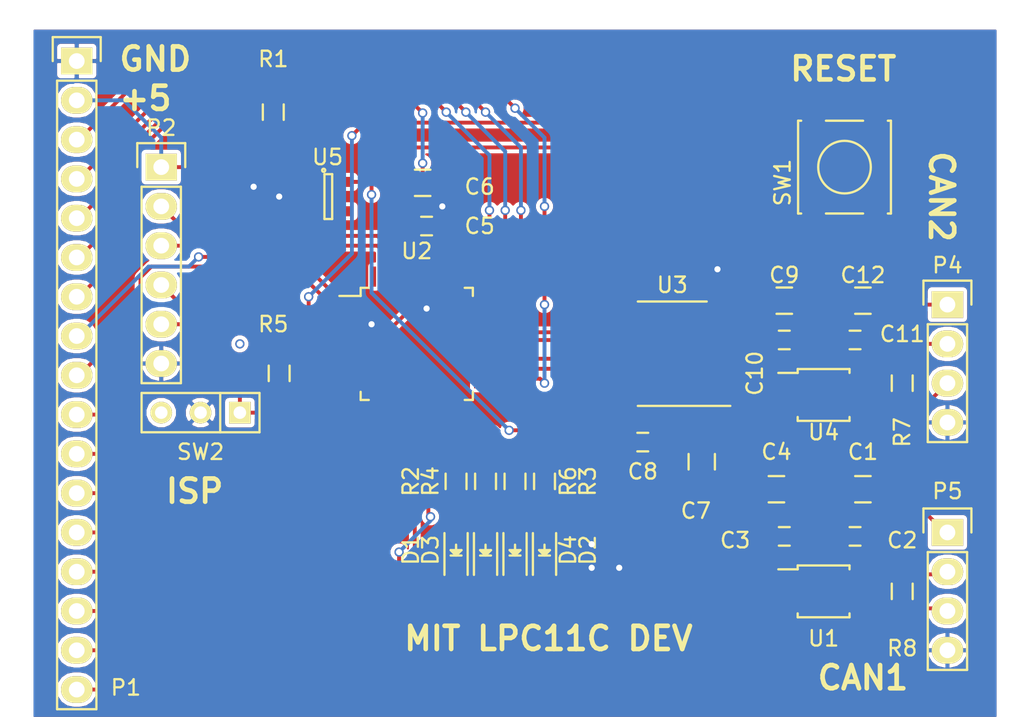
<source format=kicad_pcb>
(kicad_pcb (version 4) (host pcbnew "(2015-09-17 BZR 6202)-product")
  (layers (0 F.Cu signal) (31 B.Cu signal) (34 B.Paste user) (35 F.Paste user) (36 B.SilkS user) (37 F.SilkS user) (38 B.Mask user) (39 F.Mask user) (44 Edge.Cuts user))
  (net 0 "")
  (net 1 GND)
  (net 2 +3V3)
  (net 3 "Net-(D1-Pad2)")
  (net 4 "Net-(D2-Pad2)")
  (net 5 "Net-(D3-Pad2)")
  (net 6 "Net-(D4-Pad2)")
  (net 7 "/Input Connectors/RXD")
  (net 8 "/Input Connectors/TXD")
  (net 9 "/Input Connectors/MCU_RESET_N")
  (net 10 "/Input Connectors/MCU_PROG_N")
  (net 11 "/Micro Controller/CAN2H")
  (net 12 "/Micro Controller/CAN2L")
  (net 13 "/Micro Controller/CAN1H")
  (net 14 "/Micro Controller/CAN1L")
  (net 15 "Net-(R2-Pad1)")
  (net 16 "Net-(R3-Pad1)")
  (net 17 "Net-(R4-Pad1)")
  (net 18 "Net-(R6-Pad1)")
  (net 19 "Net-(U1-Pad2)")
  (net 20 "Net-(U1-Pad3)")
  (net 21 GNDD)
  (net 22 "/Micro Controller/PIO2_6")
  (net 23 "Net-(U2-Pad6)")
  (net 24 "Net-(U2-Pad7)")
  (net 25 "/Micro Controller/PIO1_8")
  (net 26 "Net-(U2-Pad10)")
  (net 27 "/Micro Controller/PIO2_7")
  (net 28 "/Micro Controller/PIO2_8")
  (net 29 "Net-(U2-Pad27)")
  (net 30 "Net-(U2-Pad28)")
  (net 31 "Net-(U2-Pad29)")
  (net 32 "/Micro Controller/PIO1_10")
  (net 33 "Net-(U2-Pad31)")
  (net 34 "/Micro Controller/PIO0_11")
  (net 35 "/Micro Controller/PIO1_0")
  (net 36 "/Micro Controller/PIO1_1")
  (net 37 "/Micro Controller/PIO1_2")
  (net 38 "/Micro Controller/PIO3_0")
  (net 39 "/Micro Controller/PIO3_1")
  (net 40 "/Micro Controller/PIO1_3")
  (net 41 "/Micro Controller/PIO1_4")
  (net 42 "/Micro Controller/PIO1_11")
  (net 43 "/Micro Controller/PIO3_2")
  (net 44 "/Micro Controller/PIO1_5")
  (net 45 "/Micro Controller/PIO3_3")
  (net 46 "Net-(U3-Pad1)")
  (net 47 "Net-(U3-Pad2)")
  (net 48 "Net-(U3-Pad3)")
  (net 49 "Net-(U3-Pad4)")
  (net 50 "Net-(U3-Pad5)")
  (net 51 "Net-(U3-Pad6)")
  (net 52 "Net-(U3-Pad7)")
  (net 53 "Net-(U3-Pad8)")
  (net 54 "Net-(U3-Pad9)")
  (net 55 "Net-(U3-Pad11)")
  (net 56 "Net-(U3-Pad12)")
  (net 57 "Net-(U3-Pad15)")
  (net 58 "Net-(U5-Pad4)")
  (net 59 "/Micro Controller/CAN1P")
  (net 60 "/Micro Controller/CAN2P")
  (net 61 "/Micro Controller/PIO2_1")
  (net 62 "/Micro Controller/PIO0_3")
  (net 63 "/Micro Controller/PIO0_4")
  (net 64 "/Micro Controller/PIO0_5")
  (net 65 "/Micro Controller/PIO1_9")
  (net 66 "/Micro Controller/PIO2_4")
  (net 67 "/Micro Controller/PIO0_1")
  (net 68 +5V)
  (net 69 "/Micro Controller/PIO2_2")
  (net 70 "/Micro Controller/PIO2_3")
  (net 71 "Net-(U2-Pad25)")
  (module Pin_Headers:Pin_Header_Straight_1x06 (layer F.Cu) (at 161.925 55.88)
    (fp_text reference P2 (at 0 -2.54) (layer F.SilkS))
    (fp_text value CONN_01X06)
    (pad 1 thru_hole rect (at 0 0) (size 2.032 1.7272) (drill 1.016) (layers *.Cu *.Mask F.SilkS) (net 68 +5V))
    (pad 2 thru_hole oval (at 0 2.54) (size 2.032 1.7272) (drill 1.016) (layers *.Cu *.Mask F.SilkS) (net 7 "/Input Connectors/RXD"))
    (pad 3 thru_hole oval (at 0 5.08) (size 2.032 1.7272) (drill 1.016) (layers *.Cu *.Mask F.SilkS) (net 8 "/Input Connectors/TXD"))
    (pad 4 thru_hole oval (at 0 7.62) (size 2.032 1.7272) (drill 1.016) (layers *.Cu *.Mask F.SilkS) (net 9 "/Input Connectors/MCU_RESET_N"))
    (pad 5 thru_hole oval (at 0 10.16) (size 2.032 1.7272) (drill 1.016) (layers *.Cu *.Mask F.SilkS) (net 10 "/Input Connectors/MCU_PROG_N"))
    (pad 6 thru_hole oval (at 0 12.7) (size 2.032 1.7272) (drill 1.016) (layers *.Cu *.Mask F.SilkS) (net 1 GND))
  )
  (module Capacitors_SMD:C_0805_HandSoldering (layer F.Cu) (at 207.264 76.708 180)
    (fp_text reference C1 (at 0 2.413 180) (layer F.SilkS))
    (fp_text value 10uF)
    (pad 1 smd rect (at -1.25 0 180) (size 1.5 1.25) (layers F.Cu F.Paste F.Mask) (net 59 "/Micro Controller/CAN1P"))
    (pad 2 smd rect (at 1.25 0 180) (size 1.5 1.25) (layers F.Cu F.Paste F.Mask) (net 1 GND))
  )
  (module Capacitors_SMD:C_0603_HandSoldering (layer F.Cu) (at 206.756 79.756 180)
    (fp_text reference C2 (at -3.048 -0.254 180) (layer F.SilkS))
    (fp_text value 0.1uF)
    (pad 1 smd rect (at -0.95 0 180) (size 1.2 0.75) (layers F.Cu F.Paste F.Mask) (net 59 "/Micro Controller/CAN1P"))
    (pad 2 smd rect (at 0.95 0 180) (size 1.2 0.75) (layers F.Cu F.Paste F.Mask) (net 1 GND))
  )
  (module Capacitors_SMD:C_0603_HandSoldering (layer F.Cu) (at 202.184 79.756)
    (fp_text reference C3 (at -3.175 0.254) (layer F.SilkS))
    (fp_text value 0.1uF)
    (pad 1 smd rect (at -0.95 0) (size 1.2 0.75) (layers F.Cu F.Paste F.Mask) (net 2 +3V3))
    (pad 2 smd rect (at 0.95 0) (size 1.2 0.75) (layers F.Cu F.Paste F.Mask) (net 1 GND))
  )
  (module Capacitors_SMD:C_0805_HandSoldering (layer F.Cu) (at 201.676 76.708)
    (fp_text reference C4 (at 0 -2.413) (layer F.SilkS))
    (fp_text value 10uF)
    (pad 1 smd rect (at -1.25 0) (size 1.5 1.25) (layers F.Cu F.Paste F.Mask) (net 2 +3V3))
    (pad 2 smd rect (at 1.25 0) (size 1.5 1.25) (layers F.Cu F.Paste F.Mask) (net 1 GND))
  )
  (module Capacitors_SMD:C_0603_HandSoldering (layer F.Cu) (at 179.07 59.69)
    (fp_text reference C5 (at 3.429 0) (layer F.SilkS))
    (fp_text value 0.1uF)
    (pad 1 smd rect (at -0.95 0) (size 1.2 0.75) (layers F.Cu F.Paste F.Mask) (net 2 +3V3))
    (pad 2 smd rect (at 0.95 0) (size 1.2 0.75) (layers F.Cu F.Paste F.Mask) (net 1 GND))
  )
  (module Capacitors_SMD:C_0805_HandSoldering (layer F.Cu) (at 178.816 56.896)
    (fp_text reference C6 (at 3.683 0.254) (layer F.SilkS))
    (fp_text value 1=uF)
    (pad 1 smd rect (at -1.25 0) (size 1.5 1.25) (layers F.Cu F.Paste F.Mask) (net 2 +3V3))
    (pad 2 smd rect (at 1.25 0) (size 1.5 1.25) (layers F.Cu F.Paste F.Mask) (net 1 GND))
  )
  (module Capacitors_SMD:C_0805_HandSoldering (layer F.Cu) (at 196.85 74.93 90)
    (fp_text reference C7 (at -3.175 -0.381 180) (layer F.SilkS))
    (fp_text value 1uF)
    (pad 1 smd rect (at -1.25 0 90) (size 1.5 1.25) (layers F.Cu F.Paste F.Mask) (net 2 +3V3))
    (pad 2 smd rect (at 1.25 0 90) (size 1.5 1.25) (layers F.Cu F.Paste F.Mask) (net 1 GND))
  )
  (module Capacitors_SMD:C_0603_HandSoldering (layer F.Cu) (at 193.04 73.66)
    (fp_text reference C8 (at 0 1.905) (layer F.SilkS))
    (fp_text value 0.1uF)
    (pad 1 smd rect (at -0.95 0) (size 1.2 0.75) (layers F.Cu F.Paste F.Mask) (net 2 +3V3))
    (pad 2 smd rect (at 0.95 0) (size 1.2 0.75) (layers F.Cu F.Paste F.Mask) (net 1 GND))
  )
  (module Capacitors_SMD:C_0805_HandSoldering (layer F.Cu) (at 202.184 64.516)
    (fp_text reference C9 (at 0 -1.651) (layer F.SilkS))
    (fp_text value 1uF)
    (pad 1 smd rect (at -1.25 0) (size 1.5 1.25) (layers F.Cu F.Paste F.Mask) (net 2 +3V3))
    (pad 2 smd rect (at 1.25 0) (size 1.5 1.25) (layers F.Cu F.Paste F.Mask) (net 1 GND))
  )
  (module Capacitors_SMD:C_0603_HandSoldering (layer F.Cu) (at 202.184 67.056)
    (fp_text reference C10 (at -1.905 2.159 90) (layer F.SilkS))
    (fp_text value 0.1uF)
    (pad 1 smd rect (at -0.95 0) (size 1.2 0.75) (layers F.Cu F.Paste F.Mask) (net 2 +3V3))
    (pad 2 smd rect (at 0.95 0) (size 1.2 0.75) (layers F.Cu F.Paste F.Mask) (net 1 GND))
  )
  (module Capacitors_SMD:C_0603_HandSoldering (layer F.Cu) (at 206.756 67.056 180)
    (fp_text reference C11 (at -3.048 0.381 180) (layer F.SilkS))
    (fp_text value 0.1uF)
    (pad 1 smd rect (at -0.95 0 180) (size 1.2 0.75) (layers F.Cu F.Paste F.Mask) (net 60 "/Micro Controller/CAN2P"))
    (pad 2 smd rect (at 0.95 0 180) (size 1.2 0.75) (layers F.Cu F.Paste F.Mask) (net 1 GND))
  )
  (module Capacitors_SMD:C_0805_HandSoldering (layer F.Cu) (at 207.264 64.516 180)
    (fp_text reference C12 (at 0 1.651 180) (layer F.SilkS))
    (fp_text value 1uF)
    (pad 1 smd rect (at -1.25 0 180) (size 1.5 1.25) (layers F.Cu F.Paste F.Mask) (net 60 "/Micro Controller/CAN2P"))
    (pad 2 smd rect (at 1.25 0 180) (size 1.5 1.25) (layers F.Cu F.Paste F.Mask) (net 1 GND))
  )
  (module LEDs:LED-0805 (layer F.Cu) (at 180.975 80.645 90)
    (fp_text reference D1 (at 0 -2.921 90) (layer F.SilkS))
    (fp_text value LED)
    (pad 2 smd rect (at 1.04902 0 270) (size 1.19888 1.19888) (layers F.Cu F.Paste F.Mask) (net 3 "Net-(D1-Pad2)"))
    (pad 1 smd rect (at -1.04902 0 270) (size 1.19888 1.19888) (layers F.Cu F.Paste F.Mask) (net 1 GND))
  )
  (module LEDs:LED-0805 (layer F.Cu) (at 186.69 80.645 90)
    (fp_text reference D2 (at 0 2.794 90) (layer F.SilkS))
    (fp_text value LED)
    (pad 2 smd rect (at 1.04902 0 270) (size 1.19888 1.19888) (layers F.Cu F.Paste F.Mask) (net 4 "Net-(D2-Pad2)"))
    (pad 1 smd rect (at -1.04902 0 270) (size 1.19888 1.19888) (layers F.Cu F.Paste F.Mask) (net 1 GND))
  )
  (module LEDs:LED-0805 (layer F.Cu) (at 182.88 80.645 90)
    (fp_text reference D3 (at 0 -3.556 90) (layer F.SilkS))
    (fp_text value LED)
    (pad 2 smd rect (at 1.04902 0 270) (size 1.19888 1.19888) (layers F.Cu F.Paste F.Mask) (net 5 "Net-(D3-Pad2)"))
    (pad 1 smd rect (at -1.04902 0 270) (size 1.19888 1.19888) (layers F.Cu F.Paste F.Mask) (net 1 GND))
  )
  (module LEDs:LED-0805 (layer F.Cu) (at 184.785 80.645 90)
    (fp_text reference D4 (at 0 3.429 90) (layer F.SilkS))
    (fp_text value LED)
    (pad 2 smd rect (at 1.04902 0 270) (size 1.19888 1.19888) (layers F.Cu F.Paste F.Mask) (net 6 "Net-(D4-Pad2)"))
    (pad 1 smd rect (at -1.04902 0 270) (size 1.19888 1.19888) (layers F.Cu F.Paste F.Mask) (net 1 GND))
  )
  (module Pin_Headers:Pin_Header_Straight_1x04 (layer F.Cu) (at 212.725 64.77)
    (fp_text reference P4 (at 0 -2.54) (layer F.SilkS))
    (fp_text value CONN_01X04)
    (pad 1 thru_hole rect (at 0 0) (size 2.032 1.7272) (drill 1.016) (layers *.Cu *.Mask F.SilkS) (net 60 "/Micro Controller/CAN2P"))
    (pad 2 thru_hole oval (at 0 2.54) (size 2.032 1.7272) (drill 1.016) (layers *.Cu *.Mask F.SilkS) (net 11 "/Micro Controller/CAN2H"))
    (pad 3 thru_hole oval (at 0 5.08) (size 2.032 1.7272) (drill 1.016) (layers *.Cu *.Mask F.SilkS) (net 12 "/Micro Controller/CAN2L"))
    (pad 4 thru_hole oval (at 0 7.62) (size 2.032 1.7272) (drill 1.016) (layers *.Cu *.Mask F.SilkS) (net 1 GND))
  )
  (module Pin_Headers:Pin_Header_Straight_1x04 (layer F.Cu) (at 212.725 79.502)
    (fp_text reference P5 (at 0 -2.667) (layer F.SilkS))
    (fp_text value CONN_01X04)
    (pad 1 thru_hole rect (at 0 0) (size 2.032 1.7272) (drill 1.016) (layers *.Cu *.Mask F.SilkS) (net 59 "/Micro Controller/CAN1P"))
    (pad 2 thru_hole oval (at 0 2.54) (size 2.032 1.7272) (drill 1.016) (layers *.Cu *.Mask F.SilkS) (net 13 "/Micro Controller/CAN1H"))
    (pad 3 thru_hole oval (at 0 5.08) (size 2.032 1.7272) (drill 1.016) (layers *.Cu *.Mask F.SilkS) (net 14 "/Micro Controller/CAN1L"))
    (pad 4 thru_hole oval (at 0 7.62) (size 2.032 1.7272) (drill 1.016) (layers *.Cu *.Mask F.SilkS) (net 1 GND))
  )
  (module Resistors_SMD:R_0603_HandSoldering (layer F.Cu) (at 169.164 52.324 90)
    (fp_text reference R1 (at 3.429 0 180) (layer F.SilkS))
    (fp_text value 10k)
    (pad 1 smd rect (at -1.1 0 90) (size 1.2 0.9) (layers F.Cu F.Paste F.Mask) (net 2 +3V3))
    (pad 2 smd rect (at 1.1 0 90) (size 1.2 0.9) (layers F.Cu F.Paste F.Mask) (net 9 "/Input Connectors/MCU_RESET_N"))
  )
  (module Resistors_SMD:R_0603_HandSoldering (layer F.Cu) (at 180.975 76.2 270)
    (fp_text reference R2 (at 0 2.921 270) (layer F.SilkS))
    (fp_text value 100)
    (pad 1 smd rect (at -1.1 0 270) (size 1.2 0.9) (layers F.Cu F.Paste F.Mask) (net 15 "Net-(R2-Pad1)"))
    (pad 2 smd rect (at 1.1 0 270) (size 1.2 0.9) (layers F.Cu F.Paste F.Mask) (net 3 "Net-(D1-Pad2)"))
  )
  (module Resistors_SMD:R_0603_HandSoldering (layer F.Cu) (at 186.69 76.2 270)
    (fp_text reference R3 (at 0 -2.794 270) (layer F.SilkS))
    (fp_text value 100)
    (pad 1 smd rect (at -1.1 0 270) (size 1.2 0.9) (layers F.Cu F.Paste F.Mask) (net 16 "Net-(R3-Pad1)"))
    (pad 2 smd rect (at 1.1 0 270) (size 1.2 0.9) (layers F.Cu F.Paste F.Mask) (net 4 "Net-(D2-Pad2)"))
  )
  (module Resistors_SMD:R_0603_HandSoldering (layer F.Cu) (at 182.88 76.2 270)
    (fp_text reference R4 (at 0 3.556 270) (layer F.SilkS))
    (fp_text value 100)
    (pad 1 smd rect (at -1.1 0 270) (size 1.2 0.9) (layers F.Cu F.Paste F.Mask) (net 17 "Net-(R4-Pad1)"))
    (pad 2 smd rect (at 1.1 0 270) (size 1.2 0.9) (layers F.Cu F.Paste F.Mask) (net 5 "Net-(D3-Pad2)"))
  )
  (module Resistors_SMD:R_0603_HandSoldering (layer F.Cu) (at 169.545 69.215 270)
    (fp_text reference R5 (at -3.175 0.381 360) (layer F.SilkS))
    (fp_text value 10k)
    (pad 1 smd rect (at -1.1 0 270) (size 1.2 0.9) (layers F.Cu F.Paste F.Mask) (net 2 +3V3))
    (pad 2 smd rect (at 1.1 0 270) (size 1.2 0.9) (layers F.Cu F.Paste F.Mask) (net 10 "/Input Connectors/MCU_PROG_N"))
  )
  (module Resistors_SMD:R_0603_HandSoldering (layer F.Cu) (at 184.785 76.2 270)
    (fp_text reference R6 (at 0 -3.429 270) (layer F.SilkS))
    (fp_text value 100)
    (pad 1 smd rect (at -1.1 0 270) (size 1.2 0.9) (layers F.Cu F.Paste F.Mask) (net 18 "Net-(R6-Pad1)"))
    (pad 2 smd rect (at 1.1 0 270) (size 1.2 0.9) (layers F.Cu F.Paste F.Mask) (net 6 "Net-(D4-Pad2)"))
  )
  (module Resistors_SMD:R_0603_HandSoldering (layer F.Cu) (at 209.804 69.85 270)
    (fp_text reference R7 (at 3.175 0 270) (layer F.SilkS))
    (fp_text value 120)
    (pad 1 smd rect (at -1.1 0 270) (size 1.2 0.9) (layers F.Cu F.Paste F.Mask) (net 11 "/Micro Controller/CAN2H"))
    (pad 2 smd rect (at 1.1 0 270) (size 1.2 0.9) (layers F.Cu F.Paste F.Mask) (net 12 "/Micro Controller/CAN2L"))
  )
  (module Resistors_SMD:R_0603_HandSoldering (layer F.Cu) (at 209.804 83.312 270)
    (fp_text reference R8 (at 3.683 0 360) (layer F.SilkS))
    (fp_text value 120)
    (pad 1 smd rect (at -1.1 0 270) (size 1.2 0.9) (layers F.Cu F.Paste F.Mask) (net 13 "/Micro Controller/CAN1H"))
    (pad 2 smd rect (at 1.1 0 270) (size 1.2 0.9) (layers F.Cu F.Paste F.Mask) (net 14 "/Micro Controller/CAN1L"))
  )
  (module Buttons_Switches_SMD:SW_SPST_EVPBF (layer F.Cu) (at 206.075 55.88 90)
    (fp_text reference SW1 (at -1 -4 90) (layer F.SilkS))
    (fp_text value SPST)
    (pad 1 smd rect (at 2.875 -2 90) (size 2.75 1) (layers F.Cu F.Paste F.Mask) (net 9 "/Input Connectors/MCU_RESET_N"))
    (pad 1 smd rect (at -2.875 -2 90) (size 2.75 1) (layers F.Cu F.Paste F.Mask) (net 9 "/Input Connectors/MCU_RESET_N"))
    (pad 2 smd rect (at -2.875 2 90) (size 2.75 1) (layers F.Cu F.Paste F.Mask) (net 1 GND))
    (pad 2 smd rect (at 2.875 2 90) (size 2.75 1) (layers F.Cu F.Paste F.Mask) (net 1 GND))
  )
  (module Housings_SSOP:MSOP-8_3x3mm_Pitch0.65mm (layer F.Cu) (at 204.724 83.312)
    (fp_text reference U1 (at 0 3.048) (layer F.SilkS))
    (fp_text value ISO1050)
    (pad 1 smd rect (at -2.2 -0.975) (size 1.45 0.45) (layers F.Cu F.Paste F.Mask) (net 2 +3V3))
    (pad 2 smd rect (at -2.2 -0.325) (size 1.45 0.45) (layers F.Cu F.Paste F.Mask) (net 19 "Net-(U1-Pad2)"))
    (pad 3 smd rect (at -2.2 0.325) (size 1.45 0.45) (layers F.Cu F.Paste F.Mask) (net 20 "Net-(U1-Pad3)"))
    (pad 4 smd rect (at -2.2 0.975) (size 1.45 0.45) (layers F.Cu F.Paste F.Mask) (net 1 GND))
    (pad 5 smd rect (at 2.2 0.975) (size 1.45 0.45) (layers F.Cu F.Paste F.Mask) (net 21 GNDD))
    (pad 6 smd rect (at 2.2 0.325) (size 1.45 0.45) (layers F.Cu F.Paste F.Mask) (net 14 "/Micro Controller/CAN1L"))
    (pad 7 smd rect (at 2.2 -0.325) (size 1.45 0.45) (layers F.Cu F.Paste F.Mask) (net 13 "/Micro Controller/CAN1H"))
    (pad 8 smd rect (at 2.2 -0.975) (size 1.45 0.45) (layers F.Cu F.Paste F.Mask) (net 59 "/Micro Controller/CAN1P"))
  )
  (module Housings_QFP:LQFP-48_7x7mm_Pitch0.5mm (layer F.Cu) (at 178.435 67.31)
    (fp_text reference U2 (at 0 -6) (layer F.SilkS))
    (fp_text value LPC11C14)
    (pad 1 smd rect (at -4.35 -2.75) (size 1.3 0.25) (layers F.Cu F.Paste F.Mask) (net 22 "/Micro Controller/PIO2_6"))
    (pad 2 smd rect (at -4.35 -2.25) (size 1.3 0.25) (layers F.Cu F.Paste F.Mask) (net 67 "/Micro Controller/PIO0_1"))
    (pad 3 smd rect (at -4.35 -1.75) (size 1.3 0.25) (layers F.Cu F.Paste F.Mask) (net 9 "/Input Connectors/MCU_RESET_N"))
    (pad 4 smd rect (at -4.35 -1.25) (size 1.3 0.25) (layers F.Cu F.Paste F.Mask) (net 10 "/Input Connectors/MCU_PROG_N"))
    (pad 5 smd rect (at -4.35 -0.75) (size 1.3 0.25) (layers F.Cu F.Paste F.Mask) (net 1 GND))
    (pad 6 smd rect (at -4.35 -0.25) (size 1.3 0.25) (layers F.Cu F.Paste F.Mask) (net 23 "Net-(U2-Pad6)"))
    (pad 7 smd rect (at -4.35 0.25) (size 1.3 0.25) (layers F.Cu F.Paste F.Mask) (net 24 "Net-(U2-Pad7)"))
    (pad 8 smd rect (at -4.35 0.75) (size 1.3 0.25) (layers F.Cu F.Paste F.Mask) (net 2 +3V3))
    (pad 9 smd rect (at -4.35 1.25) (size 1.3 0.25) (layers F.Cu F.Paste F.Mask) (net 25 "/Micro Controller/PIO1_8"))
    (pad 10 smd rect (at -4.35 1.75) (size 1.3 0.25) (layers F.Cu F.Paste F.Mask) (net 26 "Net-(U2-Pad10)"))
    (pad 11 smd rect (at -4.35 2.25) (size 1.3 0.25) (layers F.Cu F.Paste F.Mask) (net 27 "/Micro Controller/PIO2_7"))
    (pad 12 smd rect (at -4.35 2.75) (size 1.3 0.25) (layers F.Cu F.Paste F.Mask) (net 28 "/Micro Controller/PIO2_8"))
    (pad 13 smd rect (at -2.75 4.35 90) (size 1.3 0.25) (layers F.Cu F.Paste F.Mask) (net 61 "/Micro Controller/PIO2_1"))
    (pad 14 smd rect (at -2.25 4.35 90) (size 1.3 0.25) (layers F.Cu F.Paste F.Mask) (net 62 "/Micro Controller/PIO0_3"))
    (pad 15 smd rect (at -1.75 4.35 90) (size 1.3 0.25) (layers F.Cu F.Paste F.Mask) (net 63 "/Micro Controller/PIO0_4"))
    (pad 16 smd rect (at -1.25 4.35 90) (size 1.3 0.25) (layers F.Cu F.Paste F.Mask) (net 64 "/Micro Controller/PIO0_5"))
    (pad 17 smd rect (at -0.75 4.35 90) (size 1.3 0.25) (layers F.Cu F.Paste F.Mask) (net 65 "/Micro Controller/PIO1_9"))
    (pad 18 smd rect (at -0.25 4.35 90) (size 1.3 0.25) (layers F.Cu F.Paste F.Mask) (net 66 "/Micro Controller/PIO2_4"))
    (pad 19 smd rect (at 0.25 4.35 90) (size 1.3 0.25) (layers F.Cu F.Paste F.Mask) (net 19 "Net-(U1-Pad2)"))
    (pad 20 smd rect (at 0.75 4.35 90) (size 1.3 0.25) (layers F.Cu F.Paste F.Mask) (net 20 "Net-(U1-Pad3)"))
    (pad 21 smd rect (at 1.25 4.35 90) (size 1.3 0.25) (layers F.Cu F.Paste F.Mask) (net 15 "Net-(R2-Pad1)"))
    (pad 22 smd rect (at 1.75 4.35 90) (size 1.3 0.25) (layers F.Cu F.Paste F.Mask) (net 17 "Net-(R4-Pad1)"))
    (pad 23 smd rect (at 2.25 4.35 90) (size 1.3 0.25) (layers F.Cu F.Paste F.Mask) (net 18 "Net-(R6-Pad1)"))
    (pad 24 smd rect (at 2.75 4.35 90) (size 1.3 0.25) (layers F.Cu F.Paste F.Mask) (net 16 "Net-(R3-Pad1)"))
    (pad 25 smd rect (at 4.35 2.75) (size 1.3 0.25) (layers F.Cu F.Paste F.Mask) (net 71 "Net-(U2-Pad25)"))
    (pad 26 smd rect (at 4.35 2.25) (size 1.3 0.25) (layers F.Cu F.Paste F.Mask) (net 69 "/Micro Controller/PIO2_2"))
    (pad 27 smd rect (at 4.35 1.75) (size 1.3 0.25) (layers F.Cu F.Paste F.Mask) (net 29 "Net-(U2-Pad27)"))
    (pad 28 smd rect (at 4.35 1.25) (size 1.3 0.25) (layers F.Cu F.Paste F.Mask) (net 30 "Net-(U2-Pad28)"))
    (pad 29 smd rect (at 4.35 0.75) (size 1.3 0.25) (layers F.Cu F.Paste F.Mask) (net 31 "Net-(U2-Pad29)"))
    (pad 30 smd rect (at 4.35 0.25) (size 1.3 0.25) (layers F.Cu F.Paste F.Mask) (net 32 "/Micro Controller/PIO1_10"))
    (pad 31 smd rect (at 4.35 -0.25) (size 1.3 0.25) (layers F.Cu F.Paste F.Mask) (net 33 "Net-(U2-Pad31)"))
    (pad 32 smd rect (at 4.35 -0.75) (size 1.3 0.25) (layers F.Cu F.Paste F.Mask) (net 34 "/Micro Controller/PIO0_11"))
    (pad 33 smd rect (at 4.35 -1.25) (size 1.3 0.25) (layers F.Cu F.Paste F.Mask) (net 35 "/Micro Controller/PIO1_0"))
    (pad 34 smd rect (at 4.35 -1.75) (size 1.3 0.25) (layers F.Cu F.Paste F.Mask) (net 36 "/Micro Controller/PIO1_1"))
    (pad 35 smd rect (at 4.35 -2.25) (size 1.3 0.25) (layers F.Cu F.Paste F.Mask) (net 37 "/Micro Controller/PIO1_2"))
    (pad 36 smd rect (at 4.35 -2.75) (size 1.3 0.25) (layers F.Cu F.Paste F.Mask) (net 38 "/Micro Controller/PIO3_0"))
    (pad 37 smd rect (at 2.75 -4.35 90) (size 1.3 0.25) (layers F.Cu F.Paste F.Mask) (net 39 "/Micro Controller/PIO3_1"))
    (pad 38 smd rect (at 2.25 -4.35 90) (size 1.3 0.25) (layers F.Cu F.Paste F.Mask) (net 70 "/Micro Controller/PIO2_3"))
    (pad 39 smd rect (at 1.75 -4.35 90) (size 1.3 0.25) (layers F.Cu F.Paste F.Mask) (net 40 "/Micro Controller/PIO1_3"))
    (pad 40 smd rect (at 1.25 -4.35 90) (size 1.3 0.25) (layers F.Cu F.Paste F.Mask) (net 41 "/Micro Controller/PIO1_4"))
    (pad 41 smd rect (at 0.75 -4.35 90) (size 1.3 0.25) (layers F.Cu F.Paste F.Mask) (net 1 GND))
    (pad 42 smd rect (at 0.25 -4.35 90) (size 1.3 0.25) (layers F.Cu F.Paste F.Mask) (net 42 "/Micro Controller/PIO1_11"))
    (pad 43 smd rect (at -0.25 -4.35 90) (size 1.3 0.25) (layers F.Cu F.Paste F.Mask) (net 43 "/Micro Controller/PIO3_2"))
    (pad 44 smd rect (at -0.75 -4.35 90) (size 1.3 0.25) (layers F.Cu F.Paste F.Mask) (net 2 +3V3))
    (pad 45 smd rect (at -1.25 -4.35 90) (size 1.3 0.25) (layers F.Cu F.Paste F.Mask) (net 44 "/Micro Controller/PIO1_5"))
    (pad 46 smd rect (at -1.75 -4.35 90) (size 1.3 0.25) (layers F.Cu F.Paste F.Mask) (net 7 "/Input Connectors/RXD"))
    (pad 47 smd rect (at -2.25 -4.35 90) (size 1.3 0.25) (layers F.Cu F.Paste F.Mask) (net 8 "/Input Connectors/TXD"))
    (pad 48 smd rect (at -2.75 -4.35 90) (size 1.3 0.25) (layers F.Cu F.Paste F.Mask) (net 45 "/Micro Controller/PIO3_3"))
  )
  (module Housings_SSOP:TSSOP-20_4.4x6.5mm_Pitch0.65mm (layer F.Cu) (at 194.945 67.945 180)
    (fp_text reference U3 (at 0 4.445 180) (layer F.SilkS))
    (fp_text value MCP2515_TSSOP)
    (pad 1 smd rect (at -2.95 -2.925 180) (size 1.45 0.45) (layers F.Cu F.Paste F.Mask) (net 46 "Net-(U3-Pad1)"))
    (pad 2 smd rect (at -2.95 -2.275 180) (size 1.45 0.45) (layers F.Cu F.Paste F.Mask) (net 47 "Net-(U3-Pad2)"))
    (pad 3 smd rect (at -2.95 -1.625 180) (size 1.45 0.45) (layers F.Cu F.Paste F.Mask) (net 48 "Net-(U3-Pad3)"))
    (pad 4 smd rect (at -2.95 -0.975 180) (size 1.45 0.45) (layers F.Cu F.Paste F.Mask) (net 49 "Net-(U3-Pad4)"))
    (pad 5 smd rect (at -2.95 -0.325 180) (size 1.45 0.45) (layers F.Cu F.Paste F.Mask) (net 50 "Net-(U3-Pad5)"))
    (pad 6 smd rect (at -2.95 0.325 180) (size 1.45 0.45) (layers F.Cu F.Paste F.Mask) (net 51 "Net-(U3-Pad6)"))
    (pad 7 smd rect (at -2.95 0.975 180) (size 1.45 0.45) (layers F.Cu F.Paste F.Mask) (net 52 "Net-(U3-Pad7)"))
    (pad 8 smd rect (at -2.95 1.625 180) (size 1.45 0.45) (layers F.Cu F.Paste F.Mask) (net 53 "Net-(U3-Pad8)"))
    (pad 9 smd rect (at -2.95 2.275 180) (size 1.45 0.45) (layers F.Cu F.Paste F.Mask) (net 54 "Net-(U3-Pad9)"))
    (pad 10 smd rect (at -2.95 2.925 180) (size 1.45 0.45) (layers F.Cu F.Paste F.Mask) (net 1 GND))
    (pad 11 smd rect (at 2.95 2.925 180) (size 1.45 0.45) (layers F.Cu F.Paste F.Mask) (net 55 "Net-(U3-Pad11)"))
    (pad 12 smd rect (at 2.95 2.275 180) (size 1.45 0.45) (layers F.Cu F.Paste F.Mask) (net 56 "Net-(U3-Pad12)"))
    (pad 13 smd rect (at 2.95 1.625 180) (size 1.45 0.45) (layers F.Cu F.Paste F.Mask) (net 34 "/Micro Controller/PIO0_11"))
    (pad 14 smd rect (at 2.95 0.975 180) (size 1.45 0.45) (layers F.Cu F.Paste F.Mask) (net 33 "Net-(U2-Pad31)"))
    (pad 15 smd rect (at 2.95 0.325 180) (size 1.45 0.45) (layers F.Cu F.Paste F.Mask) (net 57 "Net-(U3-Pad15)"))
    (pad 16 smd rect (at 2.95 -0.325 180) (size 1.45 0.45) (layers F.Cu F.Paste F.Mask) (net 30 "Net-(U2-Pad28)"))
    (pad 17 smd rect (at 2.95 -0.975 180) (size 1.45 0.45) (layers F.Cu F.Paste F.Mask) (net 29 "Net-(U2-Pad27)"))
    (pad 18 smd rect (at 2.95 -1.625 180) (size 1.45 0.45) (layers F.Cu F.Paste F.Mask) (net 71 "Net-(U2-Pad25)"))
    (pad 19 smd rect (at 2.95 -2.275 180) (size 1.45 0.45) (layers F.Cu F.Paste F.Mask) (net 2 +3V3))
    (pad 20 smd rect (at 2.95 -2.925 180) (size 1.45 0.45) (layers F.Cu F.Paste F.Mask) (net 2 +3V3))
  )
  (module Housings_SSOP:MSOP-8_3x3mm_Pitch0.65mm (layer F.Cu) (at 204.724 70.612)
    (fp_text reference U4 (at 0 2.413) (layer F.SilkS))
    (fp_text value ISO1050)
    (pad 1 smd rect (at -2.2 -0.975) (size 1.45 0.45) (layers F.Cu F.Paste F.Mask) (net 2 +3V3))
    (pad 2 smd rect (at -2.2 -0.325) (size 1.45 0.45) (layers F.Cu F.Paste F.Mask) (net 47 "Net-(U3-Pad2)"))
    (pad 3 smd rect (at -2.2 0.325) (size 1.45 0.45) (layers F.Cu F.Paste F.Mask) (net 46 "Net-(U3-Pad1)"))
    (pad 4 smd rect (at -2.2 0.975) (size 1.45 0.45) (layers F.Cu F.Paste F.Mask) (net 1 GND))
    (pad 5 smd rect (at 2.2 0.975) (size 1.45 0.45) (layers F.Cu F.Paste F.Mask) (net 1 GND))
    (pad 6 smd rect (at 2.2 0.325) (size 1.45 0.45) (layers F.Cu F.Paste F.Mask) (net 12 "/Micro Controller/CAN2L"))
    (pad 7 smd rect (at 2.2 -0.325) (size 1.45 0.45) (layers F.Cu F.Paste F.Mask) (net 11 "/Micro Controller/CAN2H"))
    (pad 8 smd rect (at 2.2 -0.975) (size 1.45 0.45) (layers F.Cu F.Paste F.Mask) (net 60 "/Micro Controller/CAN2P"))
  )
  (module TO_SOT_Packages_SMD:SOT-23-5 (layer F.Cu) (at 172.72 57.785)
    (fp_text reference U5 (at -0.05 -2.55) (layer F.SilkS))
    (fp_text value MCP1755)
    (pad 1 smd rect (at -1.1 -0.95) (size 1.06 0.65) (layers F.Cu F.Paste F.Mask) (net 68 +5V))
    (pad 2 smd rect (at -1.1 0) (size 1.06 0.65) (layers F.Cu F.Paste F.Mask) (net 1 GND))
    (pad 3 smd rect (at -1.1 0.95) (size 1.06 0.65) (layers F.Cu F.Paste F.Mask) (net 68 +5V))
    (pad 4 smd rect (at 1.1 0.95) (size 1.06 0.65) (layers F.Cu F.Paste F.Mask) (net 58 "Net-(U5-Pad4)"))
    (pad 5 smd rect (at 1.1 -0.95) (size 1.06 0.65) (layers F.Cu F.Paste F.Mask) (net 2 +3V3))
  )
  (module Buttons_Switches_ThroughHole:SW_Micro_SPST (layer F.Cu) (at 164.465 71.755 180)
    (fp_text reference SW2 (at 0 -2.54 180) (layer F.SilkS))
    (fp_text value SPST)
    (pad 1 thru_hole rect (at -2.54 0 180) (size 1.397 1.397) (drill 0.8128) (layers *.Cu *.Mask F.SilkS) (net 10 "/Input Connectors/MCU_PROG_N"))
    (pad 2 thru_hole circle (at 0 0 180) (size 1.397 1.397) (drill 0.8128) (layers *.Cu *.Mask F.SilkS) (net 1 GND))
    (pad 3 thru_hole circle (at 2.54 0 180) (size 1.397 1.397) (drill 0.8128) (layers *.Cu *.Mask F.SilkS))
  )
  (module Pin_Headers:Pin_Header_Straight_1x17 (layer F.Cu) (at 156.464 49.022)
    (fp_text reference P1 (at 3.175 40.513) (layer F.SilkS))
    (fp_text value CONN_01X17)
    (pad 1 thru_hole rect (at 0 0) (size 2.032 1.7272) (drill 1.016) (layers *.Cu *.Mask F.SilkS) (net 1 GND))
    (pad 2 thru_hole oval (at 0 2.54) (size 2.032 1.7272) (drill 1.016) (layers *.Cu *.Mask F.SilkS) (net 68 +5V))
    (pad 3 thru_hole oval (at 0 5.08) (size 2.032 1.7272) (drill 1.016) (layers *.Cu *.Mask F.SilkS) (net 69 "/Micro Controller/PIO2_2"))
    (pad 4 thru_hole oval (at 0 7.62) (size 2.032 1.7272) (drill 1.016) (layers *.Cu *.Mask F.SilkS) (net 70 "/Micro Controller/PIO2_3"))
    (pad 5 thru_hole oval (at 0 10.16) (size 2.032 1.7272) (drill 1.016) (layers *.Cu *.Mask F.SilkS) (net 40 "/Micro Controller/PIO1_3"))
    (pad 6 thru_hole oval (at 0 12.7) (size 2.032 1.7272) (drill 1.016) (layers *.Cu *.Mask F.SilkS) (net 41 "/Micro Controller/PIO1_4"))
    (pad 7 thru_hole oval (at 0 15.24) (size 2.032 1.7272) (drill 1.016) (layers *.Cu *.Mask F.SilkS) (net 43 "/Micro Controller/PIO3_2"))
    (pad 8 thru_hole oval (at 0 17.78) (size 2.032 1.7272) (drill 1.016) (layers *.Cu *.Mask F.SilkS) (net 22 "/Micro Controller/PIO2_6"))
    (pad 9 thru_hole oval (at 0 20.32) (size 2.032 1.7272) (drill 1.016) (layers *.Cu *.Mask F.SilkS) (net 67 "/Micro Controller/PIO0_1"))
    (pad 10 thru_hole oval (at 0 22.86) (size 2.032 1.7272) (drill 1.016) (layers *.Cu *.Mask F.SilkS) (net 27 "/Micro Controller/PIO2_7"))
    (pad 11 thru_hole oval (at 0 25.4) (size 2.032 1.7272) (drill 1.016) (layers *.Cu *.Mask F.SilkS) (net 28 "/Micro Controller/PIO2_8"))
    (pad 12 thru_hole oval (at 0 27.94) (size 2.032 1.7272) (drill 1.016) (layers *.Cu *.Mask F.SilkS) (net 61 "/Micro Controller/PIO2_1"))
    (pad 13 thru_hole oval (at 0 30.48) (size 2.032 1.7272) (drill 1.016) (layers *.Cu *.Mask F.SilkS) (net 62 "/Micro Controller/PIO0_3"))
    (pad 14 thru_hole oval (at 0 33.02) (size 2.032 1.7272) (drill 1.016) (layers *.Cu *.Mask F.SilkS) (net 63 "/Micro Controller/PIO0_4"))
    (pad 15 thru_hole oval (at 0 35.56) (size 2.032 1.7272) (drill 1.016) (layers *.Cu *.Mask F.SilkS) (net 64 "/Micro Controller/PIO0_5"))
    (pad 16 thru_hole oval (at 0 38.1) (size 2.032 1.7272) (drill 1.016) (layers *.Cu *.Mask F.SilkS) (net 65 "/Micro Controller/PIO1_9"))
    (pad 17 thru_hole oval (at 0 40.64) (size 2.032 1.7272) (drill 1.016) (layers *.Cu *.Mask F.SilkS) (net 66 "/Micro Controller/PIO2_4"))
  )
  (gr_text "MIT LPC11C DEV\n" (at 186.944 86.36) (layer F.SilkS) (effects (font (size 1.5 1.5) (thickness 0.3))))
  (gr_text CAN2 (at 212.344 57.785 270) (layer F.SilkS) (effects (font (size 1.5 1.5) (thickness 0.3))))
  (gr_text "CAN1\n" (at 207.264 88.9) (layer F.SilkS) (effects (font (size 1.5 1.5) (thickness 0.3))))
  (gr_text ISP (at 164.084 76.835) (layer F.SilkS) (effects (font (size 1.5 1.5) (thickness 0.3))))
  (gr_text RESET (at 205.994 49.53) (layer F.SilkS) (effects (font (size 1.5 1.5) (thickness 0.3))))
  (gr_text +5 (at 160.909 51.435) (layer F.SilkS) (effects (font (size 1.5 1.5) (thickness 0.3))))
  (gr_text GND (at 161.544 48.895) (layer F.SilkS) (effects (font (size 1.5 1.5) (thickness 0.3))))
  (via (at 167.005 67.31) (size 0.6) (drill 0.4) (layers F.Cu B.Cu) (net 0))
  (segment (start 180.02 59.69) (end 180.02 58.486) (width 0.25) (layer F.Cu) (net 1))
  (segment (start 180.02 58.486) (end 180.086 58.42) (width 0.25) (layer F.Cu) (net 1))
  (via (at 180.086 58.42) (size 0.6) (drill 0.4) (layers F.Cu B.Cu) (net 1))
  (segment (start 174.085 66.56) (end 169.66 66.56) (width 0.25) (layer F.Cu) (net 1))
  (segment (start 169.66 66.56) (end 168.91 67.31) (width 0.25) (layer F.Cu) (net 1))
  (segment (start 179.185 62.96) (end 179.185 64.909) (width 0.25) (layer F.Cu) (net 1))
  (segment (start 179.185 64.909) (end 179.07 65.024) (width 0.25) (layer F.Cu) (net 1))
  (via (at 179.07 65.024) (size 0.6) (drill 0.4) (layers F.Cu B.Cu) (net 1))
  (segment (start 174.085 66.56) (end 174.994 66.56) (width 0.25) (layer F.Cu) (net 1))
  (segment (start 174.994 66.56) (end 175.514 66.04) (width 0.25) (layer F.Cu) (net 1))
  (via (at 175.514 66.04) (size 0.6) (drill 0.4) (layers F.Cu B.Cu) (net 1))
  (segment (start 174.085 66.56) (end 172.962 66.56) (width 0.25) (layer F.Cu) (net 1))
  (segment (start 172.962 66.56) (end 172.212 67.31) (width 0.25) (layer F.Cu) (net 1))
  (segment (start 169.545 57.785) (end 168.91 57.15) (width 0.25) (layer F.Cu) (net 1))
  (via (at 169.545 57.785) (size 0.6) (drill 0.4) (layers F.Cu B.Cu) (net 1))
  (segment (start 171.62 57.785) (end 169.545 57.785) (width 0.25) (layer F.Cu) (net 1))
  (via (at 167.894 57.15) (size 0.6) (drill 0.4) (layers F.Cu B.Cu) (net 1))
  (segment (start 168.91 57.15) (end 167.894 57.15) (width 0.25) (layer F.Cu) (net 1))
  (segment (start 180.066 56.896) (end 183.388 56.896) (width 0.25) (layer F.Cu) (net 1))
  (segment (start 197.895 65.02) (end 197.866 64.991) (width 0.25) (layer F.Cu) (net 1))
  (segment (start 197.866 64.991) (end 197.866 62.484) (width 0.25) (layer F.Cu) (net 1))
  (via (at 197.866 62.484) (size 0.6) (drill 0.4) (layers F.Cu B.Cu) (net 1))
  (segment (start 189.738 81.788) (end 191.516 81.788) (width 0.25) (layer F.Cu) (net 1))
  (via (at 191.516 81.788) (size 0.6) (drill 0.4) (layers F.Cu B.Cu) (net 1))
  (segment (start 189.738 80.264) (end 189.738 81.788) (width 0.25) (layer B.Cu) (net 1))
  (via (at 189.738 81.788) (size 0.6) (drill 0.4) (layers F.Cu B.Cu) (net 1))
  (segment (start 189.738 81.788) (end 186.78398 81.788) (width 0.25) (layer F.Cu) (net 1))
  (via (at 189.738 80.264) (size 0.6) (drill 0.4) (layers F.Cu B.Cu) (net 1))
  (segment (start 186.69 81.69402) (end 186.78398 81.788) (width 0.25) (layer F.Cu) (net 1))
  (segment (start 156.464 49.022) (end 156.464 50.1356) (width 0.25) (layer B.Cu) (net 1))
  (segment (start 156.464 50.1356) (end 156.22621 50.37339) (width 0.25) (layer B.Cu) (net 1))
  (segment (start 156.22621 50.37339) (end 155.819262 50.37339) (width 0.25) (layer B.Cu) (net 1))
  (segment (start 172.986 68.06) (end 172.931 68.115) (width 0.25) (layer F.Cu) (net 2))
  (segment (start 172.931 68.115) (end 169.545 68.115) (width 0.25) (layer F.Cu) (net 2))
  (segment (start 177.685 62.96) (end 177.685 60.315) (width 0.25) (layer F.Cu) (net 2))
  (segment (start 177.685 60.315) (end 178.12 59.88) (width 0.25) (layer F.Cu) (net 2))
  (segment (start 178.12 59.88) (end 178.12 59.69) (width 0.25) (layer F.Cu) (net 2))
  (segment (start 174.085 68.06) (end 172.986 68.06) (width 0.25) (layer F.Cu) (net 2))
  (segment (start 174.085 68.06) (end 175.018 68.06) (width 0.25) (layer F.Cu) (net 2))
  (segment (start 177.685 65.393) (end 177.685 62.96) (width 0.25) (layer F.Cu) (net 2))
  (segment (start 175.018 68.06) (end 177.685 65.393) (width 0.25) (layer F.Cu) (net 2))
  (segment (start 173.82 56.835) (end 170.409 53.424) (width 0.25) (layer F.Cu) (net 2))
  (segment (start 170.409 53.424) (end 169.164 53.424) (width 0.25) (layer F.Cu) (net 2))
  (segment (start 184.404 72.898) (end 189.738 72.898) (width 0.25) (layer F.Cu) (net 2))
  (segment (start 175.514 57.658) (end 175.514 64.008) (width 0.25) (layer B.Cu) (net 2))
  (segment (start 175.453 56.835) (end 175.514 56.896) (width 0.25) (layer F.Cu) (net 2))
  (segment (start 175.514 56.896) (end 175.514 57.658) (width 0.25) (layer F.Cu) (net 2))
  (via (at 175.514 57.658) (size 0.6) (drill 0.4) (layers F.Cu B.Cu) (net 2))
  (segment (start 173.82 56.835) (end 175.453 56.835) (width 0.25) (layer F.Cu) (net 2))
  (segment (start 175.514 64.008) (end 184.404 72.898) (width 0.25) (layer B.Cu) (net 2))
  (via (at 184.404 72.898) (size 0.6) (drill 0.4) (layers F.Cu B.Cu) (net 2))
  (segment (start 189.738 72.898) (end 192.405 75.565) (width 0.25) (layer F.Cu) (net 2))
  (segment (start 196.85 76.18) (end 199.898 76.18) (width 0.25) (layer F.Cu) (net 2))
  (segment (start 199.898 76.18) (end 200.426 76.708) (width 0.25) (layer F.Cu) (net 2))
  (segment (start 192.09 73.66) (end 192.09 75.25) (width 0.25) (layer F.Cu) (net 2))
  (segment (start 192.09 75.25) (end 192.405 75.565) (width 0.25) (layer F.Cu) (net 2))
  (segment (start 192.405 75.565) (end 193.02 76.18) (width 0.25) (layer F.Cu) (net 2))
  (segment (start 193.02 76.18) (end 196.85 76.18) (width 0.25) (layer F.Cu) (net 2))
  (segment (start 177.566 56.896) (end 177.566 54.844) (width 0.25) (layer F.Cu) (net 2))
  (segment (start 200.934 61.234) (end 200.934 64.516) (width 0.25) (layer F.Cu) (net 2))
  (segment (start 194.31 54.61) (end 200.934 61.234) (width 0.25) (layer F.Cu) (net 2))
  (segment (start 177.8 54.61) (end 194.31 54.61) (width 0.25) (layer F.Cu) (net 2))
  (segment (start 177.566 54.844) (end 177.8 54.61) (width 0.25) (layer F.Cu) (net 2))
  (segment (start 173.82 56.835) (end 177.505 56.835) (width 0.25) (layer F.Cu) (net 2))
  (segment (start 177.505 56.835) (end 177.566 56.896) (width 0.25) (layer F.Cu) (net 2))
  (segment (start 201.234 79.756) (end 202.524 81.046) (width 0.25) (layer F.Cu) (net 2))
  (segment (start 202.524 81.046) (end 202.524 82.337) (width 0.25) (layer F.Cu) (net 2))
  (segment (start 200.426 76.708) (end 201.234 77.516) (width 0.25) (layer F.Cu) (net 2))
  (segment (start 201.234 77.516) (end 201.234 79.756) (width 0.25) (layer F.Cu) (net 2))
  (segment (start 201.234 67.056) (end 201.234 64.816) (width 0.25) (layer F.Cu) (net 2))
  (segment (start 201.234 64.816) (end 200.934 64.516) (width 0.25) (layer F.Cu) (net 2))
  (segment (start 201.234 67.056) (end 201.234 68.347) (width 0.25) (layer F.Cu) (net 2))
  (segment (start 201.234 68.347) (end 202.524 69.637) (width 0.25) (layer F.Cu) (net 2))
  (segment (start 191.995 70.87) (end 191.995 70.22) (width 0.25) (layer F.Cu) (net 2))
  (segment (start 192.298 73.868) (end 192.09 73.66) (width 0.25) (layer F.Cu) (net 2))
  (segment (start 192.09 73.66) (end 192.09 70.965) (width 0.25) (layer F.Cu) (net 2))
  (segment (start 192.09 70.965) (end 191.995 70.87) (width 0.25) (layer F.Cu) (net 2))
  (segment (start 178.12 59.69) (end 178.12 57.45) (width 0.25) (layer F.Cu) (net 2))
  (segment (start 178.12 57.45) (end 177.566 56.896) (width 0.25) (layer F.Cu) (net 2))
  (segment (start 180.975 77.3) (end 180.975 79.59598) (width 0.25) (layer F.Cu) (net 3))
  (segment (start 186.69 79.59598) (end 186.69 77.3) (width 0.25) (layer F.Cu) (net 4))
  (segment (start 182.88 79.59598) (end 182.88 77.3) (width 0.25) (layer F.Cu) (net 5))
  (segment (start 184.785 77.3) (end 184.785 79.59598) (width 0.25) (layer F.Cu) (net 6))
  (segment (start 161.925 58.42) (end 163.83 60.325) (width 0.25) (layer F.Cu) (net 7))
  (segment (start 176.685 61.113602) (end 176.685 62.96) (width 0.25) (layer F.Cu) (net 7))
  (segment (start 175.896398 60.325) (end 176.685 61.113602) (width 0.25) (layer F.Cu) (net 7))
  (segment (start 163.83 60.325) (end 175.896398 60.325) (width 0.25) (layer F.Cu) (net 7))
  (segment (start 161.925 60.96) (end 175.895 60.96) (width 0.25) (layer F.Cu) (net 8))
  (segment (start 176.185 61.25) (end 176.185 62.96) (width 0.25) (layer F.Cu) (net 8))
  (segment (start 175.895 60.96) (end 176.185 61.25) (width 0.25) (layer F.Cu) (net 8))
  (segment (start 204.075 58.755) (end 204.075 53.005) (width 0.25) (layer F.Cu) (net 9))
  (segment (start 169.164 51.224) (end 169.253 51.135) (width 0.25) (layer F.Cu) (net 9))
  (segment (start 169.253 51.135) (end 173.217 51.135) (width 0.25) (layer F.Cu) (net 9))
  (segment (start 173.217 51.135) (end 175.087 53.005) (width 0.25) (layer F.Cu) (net 9))
  (segment (start 204.075 53.005) (end 175.087 53.005) (width 0.25) (layer F.Cu) (net 9))
  (segment (start 175.087 53.005) (end 174.244 53.848) (width 0.25) (layer F.Cu) (net 9))
  (segment (start 171.45 65.56) (end 171.45 64.262) (width 0.25) (layer F.Cu) (net 9))
  (via (at 174.244 53.848) (size 0.6) (drill 0.4) (layers F.Cu B.Cu) (net 9))
  (segment (start 174.244 53.848) (end 174.244 61.468) (width 0.25) (layer B.Cu) (net 9))
  (segment (start 174.244 61.468) (end 171.45 64.262) (width 0.25) (layer B.Cu) (net 9))
  (via (at 171.45 64.262) (size 0.6) (drill 0.4) (layers F.Cu B.Cu) (net 9))
  (segment (start 171.45 65.56) (end 171.45 65.532) (width 0.25) (layer F.Cu) (net 9))
  (segment (start 171.45 65.532) (end 171.45 65.56) (width 0.25) (layer F.Cu) (net 9))
  (segment (start 174.085 65.56) (end 171.45 65.56) (width 0.25) (layer F.Cu) (net 9))
  (segment (start 171.45 65.56) (end 163.985 65.56) (width 0.25) (layer F.Cu) (net 9))
  (segment (start 163.985 65.56) (end 161.925 63.5) (width 0.25) (layer F.Cu) (net 9))
  (segment (start 161.925 66.04) (end 163.191 66.04) (width 0.25) (layer F.Cu) (net 10))
  (segment (start 163.191 66.04) (end 167.005 69.854) (width 0.25) (layer F.Cu) (net 10))
  (segment (start 167.005 69.854) (end 167.005 70.8065) (width 0.25) (layer F.Cu) (net 10))
  (segment (start 167.005 70.8065) (end 167.005 71.755) (width 0.25) (layer F.Cu) (net 10))
  (segment (start 169.545 70.315) (end 169.545 70.465) (width 0.25) (layer F.Cu) (net 10))
  (segment (start 169.545 70.465) (end 168.255 71.755) (width 0.25) (layer F.Cu) (net 10))
  (segment (start 168.255 71.755) (end 167.005 71.755) (width 0.25) (layer F.Cu) (net 10))
  (segment (start 167.96 66.106) (end 167.894 66.04) (width 0.25) (layer F.Cu) (net 10))
  (segment (start 169.545 70.165) (end 169.545 70.315) (width 0.25) (layer F.Cu) (net 10))
  (segment (start 161.925 66.04) (end 167.894 66.04) (width 0.25) (layer F.Cu) (net 10))
  (segment (start 167.894 66.04) (end 168.91 66.04) (width 0.25) (layer F.Cu) (net 10))
  (segment (start 168.91 66.04) (end 174.065 66.04) (width 0.25) (layer F.Cu) (net 10))
  (segment (start 174.065 66.04) (end 174.085 66.06) (width 0.25) (layer F.Cu) (net 10))
  (segment (start 206.924 70.287) (end 208.267 70.287) (width 0.25) (layer F.Cu) (net 11))
  (segment (start 208.267 70.287) (end 209.804 68.75) (width 0.25) (layer F.Cu) (net 11))
  (segment (start 209.804 68.75) (end 211.244 67.31) (width 0.25) (layer F.Cu) (net 11))
  (segment (start 211.244 67.31) (end 212.725 67.31) (width 0.25) (layer F.Cu) (net 11))
  (segment (start 206.924 70.937) (end 209.791 70.937) (width 0.25) (layer F.Cu) (net 12))
  (segment (start 209.791 70.937) (end 211.638 70.937) (width 0.25) (layer F.Cu) (net 12))
  (segment (start 211.638 70.937) (end 212.725 69.85) (width 0.25) (layer F.Cu) (net 12))
  (segment (start 209.804 82.212) (end 212.555 82.212) (width 0.25) (layer F.Cu) (net 13))
  (segment (start 212.555 82.212) (end 212.725 82.042) (width 0.25) (layer F.Cu) (net 13))
  (segment (start 206.924 82.987) (end 209.029 82.987) (width 0.25) (layer F.Cu) (net 13))
  (segment (start 209.029 82.987) (end 209.804 82.212) (width 0.25) (layer F.Cu) (net 13))
  (segment (start 209.804 84.412) (end 212.555 84.412) (width 0.25) (layer F.Cu) (net 14))
  (segment (start 212.555 84.412) (end 212.725 84.582) (width 0.25) (layer F.Cu) (net 14))
  (segment (start 206.924 83.637) (end 209.029 83.637) (width 0.25) (layer F.Cu) (net 14))
  (segment (start 209.029 83.637) (end 209.804 84.412) (width 0.25) (layer F.Cu) (net 14))
  (segment (start 180.975 75.1) (end 180.975 74.295) (width 0.25) (layer F.Cu) (net 15))
  (segment (start 179.685 73.005) (end 179.685 71.66) (width 0.25) (layer F.Cu) (net 15))
  (segment (start 180.975 74.295) (end 179.685 73.005) (width 0.25) (layer F.Cu) (net 15))
  (segment (start 184.658 73.914) (end 184.404 73.914) (width 0.25) (layer F.Cu) (net 16))
  (segment (start 181.864 72.898) (end 183.388 72.898) (width 0.25) (layer F.Cu) (net 16))
  (segment (start 181.185 72.219) (end 181.864 72.898) (width 0.25) (layer F.Cu) (net 16))
  (segment (start 186.69 74.168) (end 186.436 73.914) (width 0.25) (layer F.Cu) (net 16))
  (segment (start 186.436 73.914) (end 184.658 73.914) (width 0.25) (layer F.Cu) (net 16))
  (segment (start 186.69 74.168) (end 186.69 75.1) (width 0.25) (layer F.Cu) (net 16))
  (segment (start 184.404 73.914) (end 183.388 72.898) (width 0.25) (layer F.Cu) (net 16))
  (segment (start 181.185 71.66) (end 181.185 72.219) (width 0.25) (layer F.Cu) (net 16))
  (segment (start 180.185 71.66) (end 180.185 72.743) (width 0.25) (layer F.Cu) (net 17))
  (segment (start 181.694 73.914) (end 182.88 75.1) (width 0.25) (layer F.Cu) (net 17))
  (segment (start 181.356 73.914) (end 181.694 73.914) (width 0.25) (layer F.Cu) (net 17))
  (segment (start 180.185 72.743) (end 181.356 73.914) (width 0.25) (layer F.Cu) (net 17))
  (segment (start 180.685 71.66) (end 180.685 72.481) (width 0.25) (layer F.Cu) (net 18))
  (segment (start 183.091 73.406) (end 184.785 75.1) (width 0.25) (layer F.Cu) (net 18))
  (segment (start 181.61 73.406) (end 183.091 73.406) (width 0.25) (layer F.Cu) (net 18))
  (segment (start 180.685 72.481) (end 181.61 73.406) (width 0.25) (layer F.Cu) (net 18))
  (segment (start 178.689 74.041) (end 178.689 74.803) (width 0.25) (layer F.Cu) (net 19))
  (segment (start 178.689 71.664) (end 178.689 74.041) (width 0.25) (layer F.Cu) (net 19))
  (segment (start 178.308 81.788) (end 178.816 82.296) (width 0.25) (layer F.Cu) (net 19))
  (segment (start 178.308 75.184) (end 178.308 81.788) (width 0.25) (layer F.Cu) (net 19))
  (segment (start 178.689 74.803) (end 178.308 75.184) (width 0.25) (layer F.Cu) (net 19))
  (segment (start 202.524 82.987) (end 179.507 82.987) (width 0.25) (layer F.Cu) (net 19))
  (segment (start 179.507 82.987) (end 178.816 82.296) (width 0.25) (layer F.Cu) (net 19))
  (segment (start 178.816 82.296) (end 178.685 82.165) (width 0.25) (layer F.Cu) (net 19))
  (segment (start 202.524 82.987) (end 202.468 82.931) (width 0.25) (layer F.Cu) (net 19))
  (segment (start 178.689 71.664) (end 178.685 71.66) (width 0.25) (layer F.Cu) (net 19))
  (segment (start 179.324 78.486) (end 179.324 78.74) (width 0.25) (layer B.Cu) (net 20))
  (segment (start 179.395 83.637) (end 178.054 82.296) (width 0.25) (layer F.Cu) (net 20))
  (segment (start 202.524 83.637) (end 179.395 83.637) (width 0.25) (layer F.Cu) (net 20))
  (segment (start 179.185 78.347) (end 179.324 78.486) (width 0.25) (layer F.Cu) (net 20))
  (via (at 179.324 78.486) (size 0.6) (drill 0.4) (layers F.Cu B.Cu) (net 20))
  (segment (start 179.185 78.347) (end 179.185 73.406) (width 0.25) (layer F.Cu) (net 20))
  (segment (start 177.292 81.534) (end 178.054 82.296) (width 0.25) (layer F.Cu) (net 20))
  (segment (start 177.292 80.772) (end 177.292 81.534) (width 0.25) (layer F.Cu) (net 20))
  (via (at 177.292 80.772) (size 0.6) (drill 0.4) (layers F.Cu B.Cu) (net 20))
  (segment (start 179.324 78.74) (end 177.292 80.772) (width 0.25) (layer B.Cu) (net 20))
  (segment (start 179.185 73.648) (end 179.185 73.406) (width 0.25) (layer F.Cu) (net 20))
  (segment (start 179.185 73.406) (end 179.185 71.66) (width 0.25) (layer F.Cu) (net 20))
  (segment (start 202.524 83.637) (end 202.453 83.566) (width 0.25) (layer F.Cu) (net 20))
  (segment (start 202.524 83.637) (end 202.595 83.566) (width 0.25) (layer F.Cu) (net 20))
  (segment (start 174.085 64.56) (end 173.56 64.56) (width 0.25) (layer F.Cu) (net 22))
  (segment (start 173.56 64.56) (end 170.68638 61.68638) (width 0.25) (layer F.Cu) (net 22))
  (segment (start 170.68638 61.68638) (end 164.338 61.68638) (width 0.25) (layer F.Cu) (net 22))
  (via (at 164.338 61.68638) (size 0.6) (drill 0.4) (layers F.Cu B.Cu) (net 22))
  (segment (start 164.338 61.68638) (end 163.71299 62.31139) (width 0.25) (layer B.Cu) (net 22))
  (segment (start 163.71299 62.31139) (end 161.10701 62.31139) (width 0.25) (layer B.Cu) (net 22))
  (segment (start 161.10701 62.31139) (end 156.6164 66.802) (width 0.25) (layer B.Cu) (net 22))
  (segment (start 156.6164 66.802) (end 156.464 66.802) (width 0.25) (layer B.Cu) (net 22))
  (segment (start 171.704 73.914) (end 171.704 70.358) (width 0.25) (layer F.Cu) (net 27))
  (segment (start 171.704 70.358) (end 172.502 69.56) (width 0.25) (layer F.Cu) (net 27))
  (segment (start 172.502 69.56) (end 173.185 69.56) (width 0.25) (layer F.Cu) (net 27))
  (segment (start 173.185 69.56) (end 174.085 69.56) (width 0.25) (layer F.Cu) (net 27))
  (segment (start 170.434 75.184) (end 171.704 73.914) (width 0.25) (layer F.Cu) (net 27))
  (segment (start 161.032 75.184) (end 170.434 75.184) (width 0.25) (layer F.Cu) (net 27))
  (segment (start 156.464 71.882) (end 157.73 71.882) (width 0.25) (layer F.Cu) (net 27))
  (segment (start 157.73 71.882) (end 161.032 75.184) (width 0.25) (layer F.Cu) (net 27))
  (segment (start 160.02 76.2) (end 158.242 74.422) (width 0.25) (layer F.Cu) (net 28))
  (segment (start 170.688 76.2) (end 160.02 76.2) (width 0.25) (layer F.Cu) (net 28))
  (segment (start 158.242 74.422) (end 156.464 74.422) (width 0.25) (layer F.Cu) (net 28))
  (segment (start 172.466 74.422) (end 170.688 76.2) (width 0.25) (layer F.Cu) (net 28))
  (segment (start 174.085 70.06) (end 173.185 70.06) (width 0.25) (layer F.Cu) (net 28))
  (segment (start 172.466 70.612) (end 172.466 74.422) (width 0.25) (layer F.Cu) (net 28))
  (segment (start 173.185 70.06) (end 173.141 70.104) (width 0.25) (layer F.Cu) (net 28))
  (segment (start 173.141 70.104) (end 172.974 70.104) (width 0.25) (layer F.Cu) (net 28))
  (segment (start 172.974 70.104) (end 172.466 70.612) (width 0.25) (layer F.Cu) (net 28))
  (segment (start 191.995 68.92) (end 184.699 68.92) (width 0.25) (layer F.Cu) (net 29))
  (segment (start 184.559 69.06) (end 182.785 69.06) (width 0.25) (layer F.Cu) (net 29))
  (segment (start 184.699 68.92) (end 184.559 69.06) (width 0.25) (layer F.Cu) (net 29))
  (segment (start 191.995 68.27) (end 184.46 68.27) (width 0.25) (layer F.Cu) (net 30))
  (segment (start 184.17 68.56) (end 182.785 68.56) (width 0.25) (layer F.Cu) (net 30))
  (segment (start 184.46 68.27) (end 184.17 68.56) (width 0.25) (layer F.Cu) (net 30))
  (segment (start 182.785 67.06) (end 191.905 67.06) (width 0.25) (layer F.Cu) (net 33))
  (segment (start 191.905 67.06) (end 191.995 66.97) (width 0.25) (layer F.Cu) (net 33))
  (segment (start 182.785 66.56) (end 190.944999 66.56) (width 0.25) (layer F.Cu) (net 34))
  (segment (start 190.944999 66.56) (end 191.184999 66.32) (width 0.25) (layer F.Cu) (net 34))
  (segment (start 191.184999 66.32) (end 191.995 66.32) (width 0.25) (layer F.Cu) (net 34))
  (segment (start 181.61 52.324) (end 184.15 54.864) (width 0.25) (layer B.Cu) (net 40))
  (segment (start 184.15 54.864) (end 184.15 58.674) (width 0.25) (layer B.Cu) (net 40))
  (segment (start 180.185 61.70141) (end 181.238401 60.648009) (width 0.25) (layer F.Cu) (net 40))
  (segment (start 181.238401 60.648009) (end 183.066401 60.648009) (width 0.25) (layer F.Cu) (net 40))
  (segment (start 180.185 62.96) (end 180.185 61.70141) (width 0.25) (layer F.Cu) (net 40))
  (segment (start 183.066401 60.648009) (end 184.15 59.56441) (width 0.25) (layer F.Cu) (net 40))
  (via (at 184.15 58.674) (size 0.6) (drill 0.4) (layers F.Cu B.Cu) (net 40))
  (segment (start 184.15 59.56441) (end 184.15 58.674) (width 0.25) (layer F.Cu) (net 40))
  (segment (start 180.185 62.96) (end 180.185 62.19641) (width 0.25) (layer F.Cu) (net 40))
  (segment (start 158.75 55.317578) (end 158.75 57.0484) (width 0.25) (layer F.Cu) (net 40))
  (segment (start 158.75 57.0484) (end 156.6164 59.182) (width 0.25) (layer F.Cu) (net 40))
  (segment (start 156.6164 59.182) (end 156.464 59.182) (width 0.25) (layer F.Cu) (net 40))
  (segment (start 181.61 52.324) (end 178.68498 49.39898) (width 0.25) (layer F.Cu) (net 40))
  (segment (start 178.68498 49.39898) (end 164.668598 49.39898) (width 0.25) (layer F.Cu) (net 40))
  (segment (start 164.668598 49.39898) (end 158.75 55.317578) (width 0.25) (layer F.Cu) (net 40))
  (via (at 181.61 52.324) (size 0.6) (drill 0.4) (layers F.Cu B.Cu) (net 40))
  (segment (start 180.34 52.324) (end 183.134 55.118) (width 0.25) (layer B.Cu) (net 41))
  (segment (start 183.134 55.118) (end 183.134 58.674) (width 0.25) (layer B.Cu) (net 41))
  (segment (start 156.464 61.722) (end 156.6164 61.722) (width 0.25) (layer F.Cu) (net 41))
  (segment (start 156.6164 61.722) (end 159.569991 58.768409) (width 0.25) (layer F.Cu) (net 41))
  (segment (start 159.569991 58.768409) (end 159.569991 55.133997) (width 0.25) (layer F.Cu) (net 41))
  (segment (start 164.854999 49.848989) (end 177.864989 49.848989) (width 0.25) (layer F.Cu) (net 41))
  (segment (start 159.569991 55.133997) (end 164.854999 49.848989) (width 0.25) (layer F.Cu) (net 41))
  (segment (start 177.864989 49.848989) (end 180.34 52.324) (width 0.25) (layer F.Cu) (net 41))
  (via (at 180.34 52.324) (size 0.6) (drill 0.4) (layers F.Cu B.Cu) (net 41))
  (segment (start 181.052 60.198) (end 179.685 61.565) (width 0.25) (layer F.Cu) (net 41))
  (segment (start 179.685 61.565) (end 179.685 62.96) (width 0.25) (layer F.Cu) (net 41))
  (segment (start 182.88 60.198) (end 181.052 60.198) (width 0.25) (layer F.Cu) (net 41))
  (segment (start 183.134 59.944) (end 183.134 58.674) (width 0.25) (layer F.Cu) (net 41))
  (via (at 183.134 58.674) (size 0.6) (drill 0.4) (layers F.Cu B.Cu) (net 41))
  (segment (start 182.88 60.198) (end 183.134 59.944) (width 0.25) (layer F.Cu) (net 41))
  (segment (start 179.685 62.96) (end 179.685 62.06) (width 0.25) (layer F.Cu) (net 41))
  (segment (start 160.02 55.320398) (end 160.02 60.8584) (width 0.25) (layer F.Cu) (net 43))
  (segment (start 160.02 60.8584) (end 156.6164 64.262) (width 0.25) (layer F.Cu) (net 43))
  (segment (start 156.6164 64.262) (end 156.464 64.262) (width 0.25) (layer F.Cu) (net 43))
  (segment (start 178.816 52.37999) (end 176.735009 50.298999) (width 0.25) (layer F.Cu) (net 43))
  (segment (start 176.735009 50.298999) (end 165.041399 50.298999) (width 0.25) (layer F.Cu) (net 43))
  (segment (start 165.041399 50.298999) (end 160.02 55.320398) (width 0.25) (layer F.Cu) (net 43))
  (segment (start 178.816 53.34) (end 178.816 52.37999) (width 0.25) (layer B.Cu) (net 43))
  (via (at 178.816 52.37999) (size 0.6) (drill 0.4) (layers F.Cu B.Cu) (net 43))
  (segment (start 178.816 55.626) (end 178.816 53.34) (width 0.25) (layer B.Cu) (net 43))
  (via (at 178.816 55.626) (size 0.6) (drill 0.4) (layers F.Cu B.Cu) (net 43))
  (segment (start 178.5 60.5) (end 178.185 60.815) (width 0.25) (layer F.Cu) (net 43))
  (segment (start 178.185 60.815) (end 178.185 62.06) (width 0.25) (layer F.Cu) (net 43))
  (segment (start 178.185 62.06) (end 178.185 62.96) (width 0.25) (layer F.Cu) (net 43))
  (segment (start 178.870002 60.5) (end 178.5 60.5) (width 0.25) (layer F.Cu) (net 43))
  (segment (start 179.045001 59.054999) (end 179.045001 60.325001) (width 0.25) (layer F.Cu) (net 43))
  (segment (start 179.045001 60.325001) (end 178.870002 60.5) (width 0.25) (layer F.Cu) (net 43))
  (segment (start 178.185 62.96) (end 178.185 61.84641) (width 0.25) (layer F.Cu) (net 43))
  (segment (start 179.045001 59.054999) (end 178.816 58.825998) (width 0.25) (layer F.Cu) (net 43))
  (segment (start 178.816 58.825998) (end 178.816 55.626) (width 0.25) (layer F.Cu) (net 43))
  (segment (start 197.895 70.87) (end 202.457 70.87) (width 0.25) (layer F.Cu) (net 46))
  (segment (start 202.457 70.87) (end 202.524 70.937) (width 0.25) (layer F.Cu) (net 46))
  (segment (start 197.895 70.22) (end 202.457 70.22) (width 0.25) (layer F.Cu) (net 47))
  (segment (start 202.457 70.22) (end 202.524 70.287) (width 0.25) (layer F.Cu) (net 47))
  (segment (start 212.725 79.502) (end 212.5726 79.502) (width 0.25) (layer F.Cu) (net 59))
  (segment (start 212.5726 79.502) (end 209.7786 76.708) (width 0.25) (layer F.Cu) (net 59))
  (segment (start 209.7786 76.708) (end 208.514 76.708) (width 0.25) (layer F.Cu) (net 59))
  (segment (start 206.924 82.337) (end 207.706 81.555) (width 0.25) (layer F.Cu) (net 59))
  (segment (start 207.706 81.555) (end 207.706 79.756) (width 0.25) (layer F.Cu) (net 59))
  (segment (start 208.514 76.708) (end 207.706 77.516) (width 0.25) (layer F.Cu) (net 59))
  (segment (start 207.706 77.516) (end 207.706 79.756) (width 0.25) (layer F.Cu) (net 59))
  (segment (start 212.725 64.77) (end 208.768 64.77) (width 0.25) (layer F.Cu) (net 60))
  (segment (start 208.768 64.77) (end 208.514 64.516) (width 0.25) (layer F.Cu) (net 60))
  (segment (start 207.706 67.056) (end 207.706 65.324) (width 0.25) (layer F.Cu) (net 60))
  (segment (start 207.706 65.324) (end 208.514 64.516) (width 0.25) (layer F.Cu) (net 60))
  (segment (start 207.706 67.056) (end 207.706 68.855) (width 0.25) (layer F.Cu) (net 60))
  (segment (start 207.706 68.855) (end 206.924 69.637) (width 0.25) (layer F.Cu) (net 60))
  (segment (start 175.514 72.45818) (end 171.01018 76.962) (width 0.25) (layer F.Cu) (net 61))
  (segment (start 171.01018 76.962) (end 156.464 76.962) (width 0.25) (layer F.Cu) (net 61))
  (segment (start 175.514 71.831) (end 175.514 72.45818) (width 0.25) (layer F.Cu) (net 61))
  (segment (start 175.685 71.66) (end 175.514 71.831) (width 0.25) (layer F.Cu) (net 61))
  (segment (start 156.464 79.502) (end 169.10659 79.502) (width 0.25) (layer F.Cu) (net 62))
  (segment (start 169.10659 79.502) (end 176.185 72.42359) (width 0.25) (layer F.Cu) (net 62))
  (segment (start 176.185 72.42359) (end 176.185 71.66) (width 0.25) (layer F.Cu) (net 62))
  (segment (start 156.464 82.042) (end 160.113108 82.042) (width 0.25) (layer F.Cu) (net 63))
  (segment (start 160.113108 82.042) (end 161.383108 80.772) (width 0.25) (layer F.Cu) (net 63))
  (segment (start 161.383108 80.772) (end 168.473 80.772) (width 0.25) (layer F.Cu) (net 63))
  (segment (start 168.473 80.772) (end 176.685 72.56) (width 0.25) (layer F.Cu) (net 63))
  (segment (start 176.685 72.56) (end 176.685 71.66) (width 0.25) (layer F.Cu) (net 63))
  (segment (start 165.608 84.582) (end 156.464 84.582) (width 0.25) (layer F.Cu) (net 64))
  (segment (start 177.185 73.005) (end 165.608 84.582) (width 0.25) (layer F.Cu) (net 64))
  (segment (start 177.185 71.66) (end 177.185 73.005) (width 0.25) (layer F.Cu) (net 64))
  (segment (start 156.464 87.122) (end 165.09718 87.122) (width 0.25) (layer F.Cu) (net 65))
  (segment (start 165.09718 87.122) (end 177.685 74.53418) (width 0.25) (layer F.Cu) (net 65))
  (segment (start 177.685 74.53418) (end 177.685 71.66) (width 0.25) (layer F.Cu) (net 65))
  (segment (start 177.685 71.66) (end 177.685 72.56) (width 0.25) (layer F.Cu) (net 65))
  (segment (start 163.19359 89.662) (end 156.464 89.662) (width 0.25) (layer F.Cu) (net 66))
  (segment (start 178.185 71.66) (end 178.185 74.67059) (width 0.25) (layer F.Cu) (net 66))
  (segment (start 178.185 74.67059) (end 163.19359 89.662) (width 0.25) (layer F.Cu) (net 66))
  (segment (start 156.464 69.342) (end 156.6164 69.342) (width 0.25) (layer F.Cu) (net 67))
  (segment (start 156.6164 69.342) (end 160.58399 65.37441) (width 0.25) (layer F.Cu) (net 67))
  (segment (start 160.58399 65.37441) (end 160.58399 63.007662) (width 0.25) (layer F.Cu) (net 67))
  (segment (start 160.58399 63.007662) (end 161.280262 62.31139) (width 0.25) (layer F.Cu) (net 67))
  (segment (start 161.280262 62.31139) (end 170.424392 62.31139) (width 0.25) (layer F.Cu) (net 67))
  (segment (start 170.424392 62.31139) (end 173.173002 65.06) (width 0.25) (layer F.Cu) (net 67))
  (segment (start 173.173002 65.06) (end 174.085 65.06) (width 0.25) (layer F.Cu) (net 67))
  (segment (start 156.464 51.562) (end 159.512 51.562) (width 0.25) (layer B.Cu) (net 68))
  (segment (start 159.512 51.562) (end 161.925 53.975) (width 0.25) (layer B.Cu) (net 68))
  (segment (start 161.925 53.975) (end 161.925 55.88) (width 0.25) (layer B.Cu) (net 68))
  (segment (start 161.7726 55.88) (end 161.925 55.88) (width 0.25) (layer B.Cu) (net 68))
  (segment (start 171.62 58.735) (end 166.05 58.735) (width 0.25) (layer F.Cu) (net 68))
  (segment (start 165.1 57.785) (end 165.1 55.88) (width 0.25) (layer F.Cu) (net 68))
  (segment (start 166.05 58.735) (end 165.1 57.785) (width 0.25) (layer F.Cu) (net 68))
  (segment (start 161.925 55.88) (end 165.1 55.88) (width 0.25) (layer F.Cu) (net 68))
  (segment (start 165.1 55.88) (end 170.665 55.88) (width 0.25) (layer F.Cu) (net 68))
  (segment (start 170.665 55.88) (end 171.62 56.835) (width 0.25) (layer F.Cu) (net 68))
  (segment (start 184.785 52.07) (end 186.69 53.975) (width 0.25) (layer B.Cu) (net 69))
  (segment (start 186.69 53.975) (end 186.69 58.42) (width 0.25) (layer B.Cu) (net 69))
  (segment (start 184.785 52.07) (end 181.21396 48.49896) (width 0.25) (layer F.Cu) (net 69))
  (segment (start 181.21396 48.49896) (end 162.21944 48.49896) (width 0.25) (layer F.Cu) (net 69))
  (segment (start 162.21944 48.49896) (end 156.6164 54.102) (width 0.25) (layer F.Cu) (net 69))
  (segment (start 156.6164 54.102) (end 156.464 54.102) (width 0.25) (layer F.Cu) (net 69))
  (via (at 184.785 52.07) (size 0.6) (drill 0.4) (layers F.Cu B.Cu) (net 69))
  (segment (start 186.69 64.77) (end 186.69 58.42) (width 0.25) (layer F.Cu) (net 69))
  (via (at 186.69 58.42) (size 0.6) (drill 0.4) (layers F.Cu B.Cu) (net 69))
  (segment (start 186.69 65.405) (end 186.69 64.77) (width 0.25) (layer B.Cu) (net 69))
  (via (at 186.69 64.77) (size 0.6) (drill 0.4) (layers F.Cu B.Cu) (net 69))
  (segment (start 186.69 69.85) (end 186.69 65.405) (width 0.25) (layer B.Cu) (net 69))
  (segment (start 182.785 69.56) (end 186.4 69.56) (width 0.25) (layer F.Cu) (net 69))
  (segment (start 186.4 69.56) (end 186.69 69.85) (width 0.25) (layer F.Cu) (net 69))
  (via (at 186.69 69.85) (size 0.6) (drill 0.4) (layers F.Cu B.Cu) (net 69))
  (segment (start 182.88 52.324) (end 185.166 54.61) (width 0.25) (layer B.Cu) (net 70))
  (segment (start 185.166 54.61) (end 185.166 58.674) (width 0.25) (layer B.Cu) (net 70))
  (segment (start 156.464 56.642) (end 156.6164 56.642) (width 0.25) (layer F.Cu) (net 70))
  (segment (start 156.6164 56.642) (end 164.30943 48.94897) (width 0.25) (layer F.Cu) (net 70))
  (segment (start 164.30943 48.94897) (end 179.50497 48.94897) (width 0.25) (layer F.Cu) (net 70))
  (segment (start 179.50497 48.94897) (end 182.88 52.324) (width 0.25) (layer F.Cu) (net 70))
  (via (at 182.88 52.324) (size 0.6) (drill 0.4) (layers F.Cu B.Cu) (net 70))
  (segment (start 180.685 62.96) (end 180.685 62.099998) (width 0.25) (layer F.Cu) (net 70))
  (segment (start 180.685 62.099998) (end 181.686979 61.098019) (width 0.25) (layer F.Cu) (net 70))
  (segment (start 181.686979 61.098019) (end 183.421981 61.098019) (width 0.25) (layer F.Cu) (net 70))
  (segment (start 183.421981 61.098019) (end 185.166 59.354) (width 0.25) (layer F.Cu) (net 70))
  (segment (start 185.166 58.674) (end 185.166 59.354) (width 0.25) (layer F.Cu) (net 70))
  (via (at 185.166 58.674) (size 0.6) (drill 0.4) (layers F.Cu B.Cu) (net 70))
  (segment (start 180.685 62.96) (end 180.685 62.565) (width 0.25) (layer F.Cu) (net 70))
  (segment (start 182.785 70.06) (end 184.36 70.06) (width 0.25) (layer F.Cu) (net 71))
  (segment (start 184.36 70.06) (end 185.42 71.12) (width 0.25) (layer F.Cu) (net 71))
  (segment (start 185.42 71.12) (end 188.595 71.12) (width 0.25) (layer F.Cu) (net 71))
  (segment (start 188.595 71.12) (end 190.145 69.57) (width 0.25) (layer F.Cu) (net 71))
  (segment (start 190.145 69.57) (end 191.995 69.57) (width 0.25) (layer F.Cu) (net 71))
  (zone (net 1) (net_name GND) (layer F.Cu) (connect_pads (clearance 0.254)) (min_thickness 0.127) (fill yes (arc_segments 16) (thermal_gap 0.254) (thermal_bridge_width 0.254))
    (polygon (pts (xy 215.9 91.44) (xy 153.67 91.44) (xy 153.67 46.99) (xy 215.9 46.99)))
  )
  (zone (net 1) (net_name GND) (layer B.Cu) (connect_pads (clearance 0.254)) (min_thickness 0.127) (fill yes (arc_segments 16) (thermal_gap 0.254) (thermal_bridge_width 0.254))
    (polygon (pts (xy 153.67 91.44) (xy 153.67 46.99) (xy 215.9 46.99) (xy 215.9 91.44)))
  )
)
</source>
